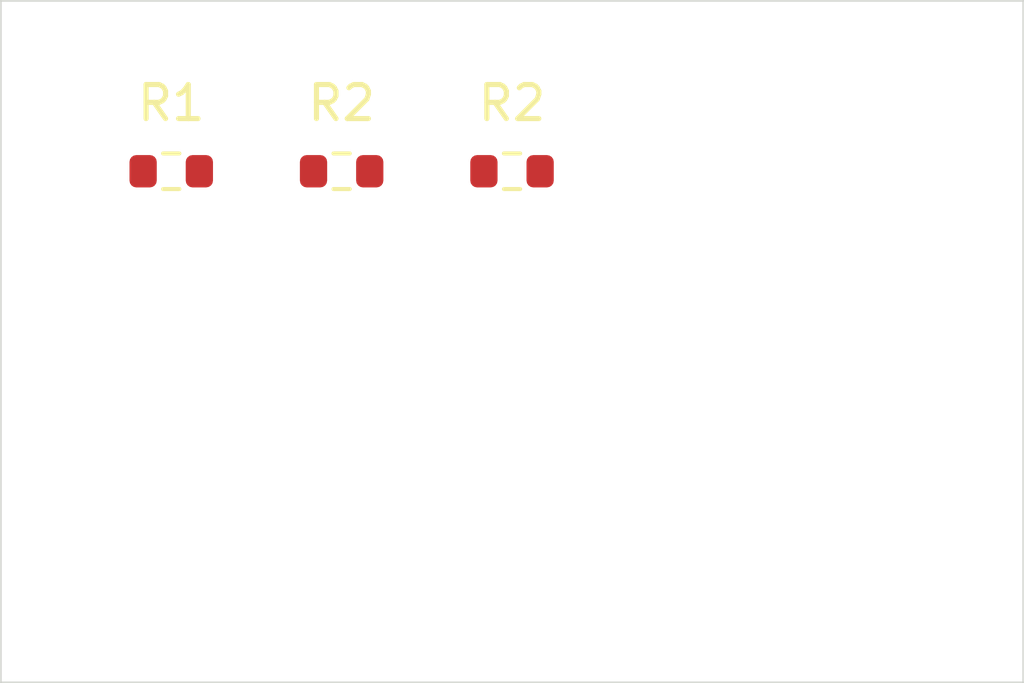
<source format=kicad_pcb>
(kicad_pcb (version 20241229) (generator "pcbnew") (generator_version "9.0")
  (layers (0 "F.Cu" signal) (2 "B.Cu" signal) (13 "F.Paste" user) (15 "B.Paste" user) (5 "F.SilkS" user "F.Silkscreen") (7 "B.SilkS" user "B.Silkscreen") (1 "F.Mask" user) (3 "B.Mask" user) (25 "Edge.Cuts" user))
  (net 0 "")
  (footprint "Resistor_SMD:R_0603_1608Metric" (layer "F.Cu") (at 5.0 5.0)
    (property "Reference" "R1" (at 0 -2 0) (layer "F.SilkS") (effects (font (size 1.0 1.0))))
    (property "Value" "10k")
    (fp_line (start -0.237258 -0.5225) (end 0.237258 -0.5225) (stroke (width 0.12)) (layer "F.SilkS"))
    (fp_line (start -0.237258 0.5225) (end 0.237258 0.5225) (stroke (width 0.12)) (layer "F.SilkS"))
    (pad "1" smd roundrect (at -0.825 0.0) (size 0.8 0.95) (layers "F.Cu" "F.Mask" "F.Paste"))
    (pad "2" smd roundrect (at 0.825 0.0) (size 0.8 0.95) (layers "F.Cu" "F.Mask" "F.Paste"))
  )
  (footprint "Resistor_SMD:R_0603_1608Metric" (layer "F.Cu") (at 10.0 5.0)
    (property "Reference" "R2" (at 0 -2 0) (layer "F.SilkS") (effects (font (size 1.0 1.0))))
    (property "Value" "4.7k")
    (fp_line (start -0.237258 -0.5225) (end 0.237258 -0.5225) (stroke (width 0.12)) (layer "F.SilkS"))
    (fp_line (start -0.237258 0.5225) (end 0.237258 0.5225) (stroke (width 0.12)) (layer "F.SilkS"))
    (pad "1" smd roundrect (at -0.825 0.0) (size 0.8 0.95) (layers "F.Cu" "F.Mask" "F.Paste"))
    (pad "2" smd roundrect (at 0.825 0.0) (size 0.8 0.95) (layers "F.Cu" "F.Mask" "F.Paste"))
  )
  (footprint "Resistor_SMD:R_0603_1608Metric" (layer "F.Cu") (at 15.0 5.0)
    (property "Reference" "R2" (at 0 -2 0) (layer "F.SilkS") (effects (font (size 1.0 1.0))))
    (property "Value" "4.7k")
    (fp_line (start -0.237258 -0.5225) (end 0.237258 -0.5225) (stroke (width 0.12)) (layer "F.SilkS"))
    (fp_line (start -0.237258 0.5225) (end 0.237258 0.5225) (stroke (width 0.12)) (layer "F.SilkS"))
    (pad "1" smd roundrect (at -0.825 0.0) (size 0.8 0.95) (layers "F.Cu" "F.Mask" "F.Paste"))
    (pad "2" smd roundrect (at 0.825 0.0) (size 0.8 0.95) (layers "F.Cu" "F.Mask" "F.Paste"))
  )
  (gr_rect (start 0 0) (end 30.0 20.0) (stroke (width 0.05)) (fill no) (layer "Edge.Cuts"))
)
</source>
